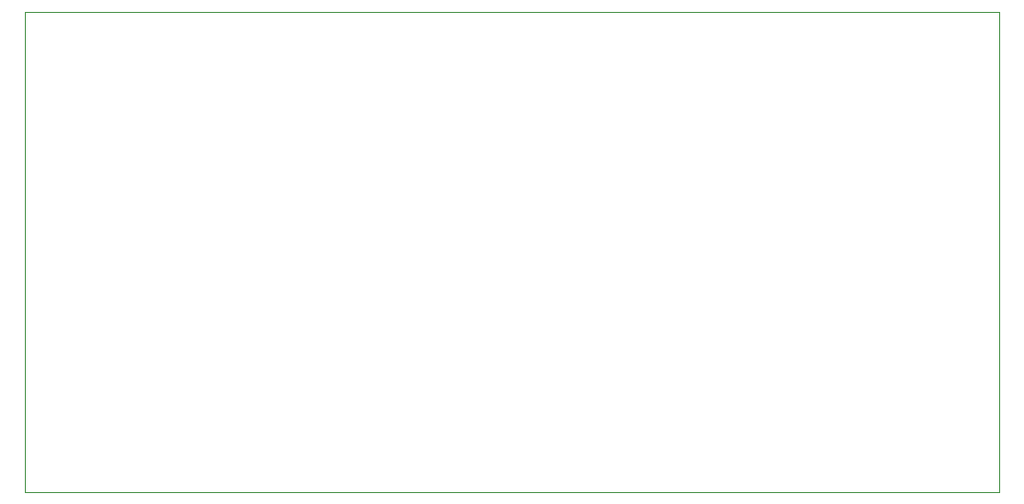
<source format=gm1>
G04 #@! TF.GenerationSoftware,KiCad,Pcbnew,(5.1.6)-1*
G04 #@! TF.CreationDate,2021-02-25T15:27:45+08:00*
G04 #@! TF.ProjectId,Light_detector_V1.0,4c696768-745f-4646-9574-6563746f725f,rev?*
G04 #@! TF.SameCoordinates,Original*
G04 #@! TF.FileFunction,Profile,NP*
%FSLAX46Y46*%
G04 Gerber Fmt 4.6, Leading zero omitted, Abs format (unit mm)*
G04 Created by KiCad (PCBNEW (5.1.6)-1) date 2021-02-25 15:27:45*
%MOMM*%
%LPD*%
G01*
G04 APERTURE LIST*
G04 #@! TA.AperFunction,Profile*
%ADD10C,0.050000*%
G04 #@! TD*
G04 APERTURE END LIST*
D10*
X17000000Y-60850000D02*
X100000000Y-60850000D01*
X17000000Y-20000000D02*
X99999999Y-19999999D01*
X99999999Y-19999999D02*
X100000000Y-60850000D01*
X17000000Y-20000000D02*
X17000000Y-60850000D01*
M02*

</source>
